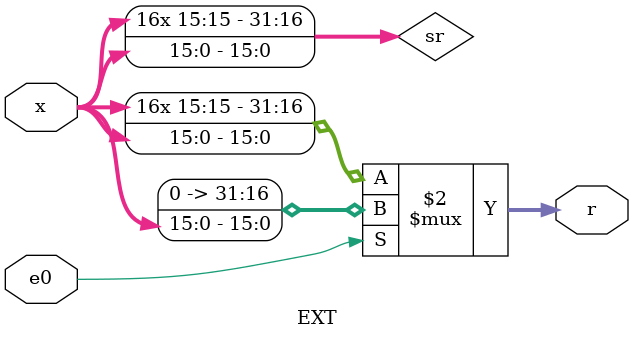
<source format=v>
`timescale 1ns / 1ps

module EXT(
    input [15:0] x,
    input e0,
    output [31:0] r
    );

    wire signed [31:0] sr = $signed(x);
    assign r = e0 ? x : sr;
endmodule

</source>
